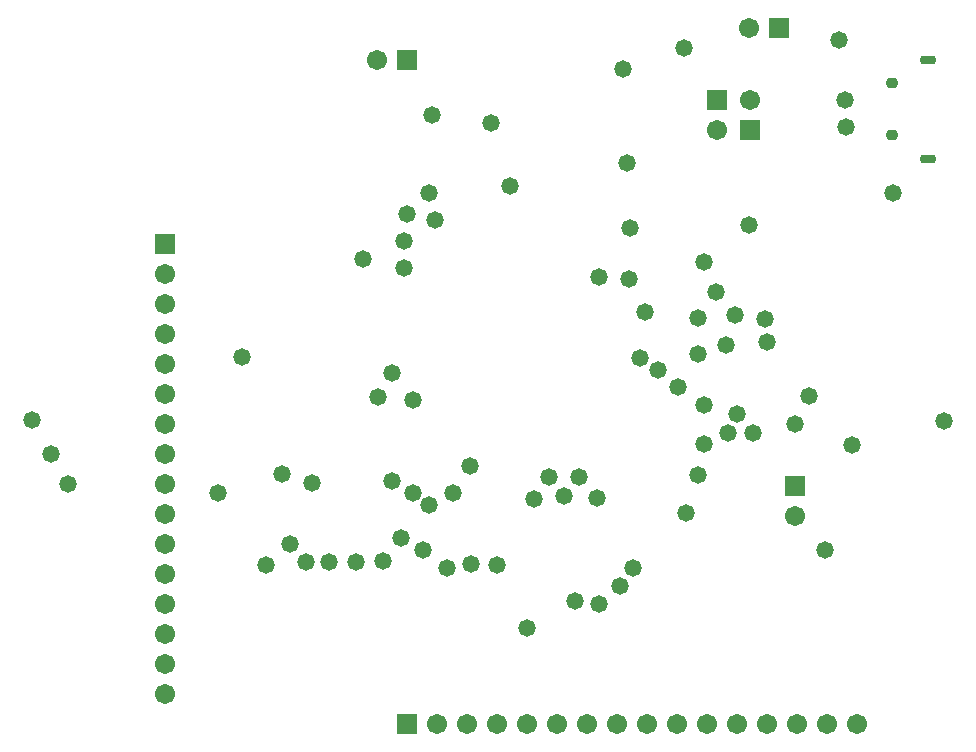
<source format=gbs>
G04*
G04 #@! TF.GenerationSoftware,Altium Limited,Altium Designer,20.1.14 (287)*
G04*
G04 Layer_Color=16711935*
%FSLAX44Y44*%
%MOMM*%
G71*
G04*
G04 #@! TF.SameCoordinates,01BF520F-FA88-4C74-87B3-3C0DA752D8B3*
G04*
G04*
G04 #@! TF.FilePolarity,Negative*
G04*
G01*
G75*
%ADD45R,1.7032X1.7032*%
%ADD46C,1.7032*%
%ADD47R,1.7032X1.7032*%
G04:AMPARAMS|DCode=48|XSize=0.7032mm|YSize=1.3032mm|CornerRadius=0.2266mm|HoleSize=0mm|Usage=FLASHONLY|Rotation=90.000|XOffset=0mm|YOffset=0mm|HoleType=Round|Shape=RoundedRectangle|*
%AMROUNDEDRECTD48*
21,1,0.7032,0.8500,0,0,90.0*
21,1,0.2500,1.3032,0,0,90.0*
1,1,0.4532,0.4250,0.1250*
1,1,0.4532,0.4250,-0.1250*
1,1,0.4532,-0.4250,-0.1250*
1,1,0.4532,-0.4250,0.1250*
%
%ADD48ROUNDEDRECTD48*%
G04:AMPARAMS|DCode=49|XSize=0.9032mm|YSize=1.0032mm|CornerRadius=0.3641mm|HoleSize=0mm|Usage=FLASHONLY|Rotation=90.000|XOffset=0mm|YOffset=0mm|HoleType=Round|Shape=RoundedRectangle|*
%AMROUNDEDRECTD49*
21,1,0.9032,0.2750,0,0,90.0*
21,1,0.1750,1.0032,0,0,90.0*
1,1,0.7282,0.1375,0.0875*
1,1,0.7282,0.1375,-0.0875*
1,1,0.7282,-0.1375,-0.0875*
1,1,0.7282,-0.1375,0.0875*
%
%ADD49ROUNDEDRECTD49*%
%ADD50C,1.4732*%
D45*
X1010920Y1197610D02*
D03*
X1506220Y1294130D02*
D03*
X1544320Y993140D02*
D03*
X1478280Y1319530D02*
D03*
D46*
X1010920Y1172210D02*
D03*
Y1146810D02*
D03*
Y1121410D02*
D03*
Y1096010D02*
D03*
Y1070610D02*
D03*
Y1045210D02*
D03*
Y1019810D02*
D03*
Y994410D02*
D03*
Y969010D02*
D03*
Y943610D02*
D03*
Y918210D02*
D03*
Y892810D02*
D03*
Y867410D02*
D03*
Y842010D02*
D03*
Y816610D02*
D03*
X1189990Y1353820D02*
D03*
X1504950Y1380490D02*
D03*
X1240790Y791210D02*
D03*
X1266190D02*
D03*
X1291590D02*
D03*
X1316990D02*
D03*
X1342390D02*
D03*
X1367790D02*
D03*
X1393190D02*
D03*
X1418590D02*
D03*
X1443990D02*
D03*
X1469390D02*
D03*
X1494790D02*
D03*
X1520190D02*
D03*
X1545590D02*
D03*
X1570990D02*
D03*
X1596390D02*
D03*
X1506220Y1319530D02*
D03*
X1544320Y967740D02*
D03*
X1478280Y1294130D02*
D03*
D47*
X1215390Y1353820D02*
D03*
X1530350Y1380490D02*
D03*
X1215390Y791210D02*
D03*
D48*
X1656160Y1353510D02*
D03*
Y1270010D02*
D03*
D49*
X1626160Y1334010D02*
D03*
Y1289510D02*
D03*
D50*
X1055370Y986790D02*
D03*
X1116330Y943610D02*
D03*
X1096010Y925830D02*
D03*
X1130300Y928370D02*
D03*
X1109980Y1003300D02*
D03*
X1135380Y995680D02*
D03*
X1149350Y928370D02*
D03*
X1172210D02*
D03*
X1195070Y929640D02*
D03*
X928343Y994437D02*
D03*
X914400Y1019810D02*
D03*
X897890Y1049020D02*
D03*
X1202690Y1088390D02*
D03*
X1191260Y1068070D02*
D03*
X1220470Y1065530D02*
D03*
X1202690Y996950D02*
D03*
X1220470Y986790D02*
D03*
X1234440Y976630D02*
D03*
X1316990Y872490D02*
D03*
X1268730Y1009650D02*
D03*
X1075690Y1102360D02*
D03*
X1323340Y981710D02*
D03*
X1493520Y1137920D02*
D03*
X1450340Y1363980D02*
D03*
X1403350Y1168400D02*
D03*
X1377950Y1169670D02*
D03*
X1234440Y1240790D02*
D03*
X1215390Y1223010D02*
D03*
X1212850Y1200150D02*
D03*
Y1177290D02*
D03*
X1178560Y1184910D02*
D03*
X1518920Y1134110D02*
D03*
X1555750Y1069340D02*
D03*
X1485900Y1112520D02*
D03*
X1461770Y1135380D02*
D03*
X1544320Y1045210D02*
D03*
X1466850Y1061720D02*
D03*
X1520190Y1115060D02*
D03*
X1461770Y1104900D02*
D03*
X1445260Y1076960D02*
D03*
X1427628Y1091078D02*
D03*
X1412379Y1101229D02*
D03*
X1494790Y1054100D02*
D03*
X1357630Y895350D02*
D03*
X1377950Y892810D02*
D03*
X1395730Y908050D02*
D03*
X1407160Y923290D02*
D03*
X1336040Y1000760D02*
D03*
X1376680Y982980D02*
D03*
X1361440Y1000760D02*
D03*
X1348740Y984250D02*
D03*
X1508760Y1037590D02*
D03*
X1592580Y1027430D02*
D03*
X1581150Y1370330D02*
D03*
X1402080Y1266190D02*
D03*
X1286510Y1300480D02*
D03*
X1210310Y948690D02*
D03*
X1626870Y1240790D02*
D03*
X1569720Y938530D02*
D03*
X1417320Y1140460D02*
D03*
X1504950Y1214120D02*
D03*
X1236980Y1306830D02*
D03*
X1239520Y1217930D02*
D03*
X1451610Y970280D02*
D03*
X1461770Y1002030D02*
D03*
X1466850Y1028700D02*
D03*
X1487170Y1037590D02*
D03*
X1291590Y925830D02*
D03*
X1270000Y927100D02*
D03*
X1249680Y923290D02*
D03*
X1229360Y938530D02*
D03*
X1254760Y986790D02*
D03*
X1303020Y1247140D02*
D03*
X1398270Y1346200D02*
D03*
X1477010Y1156970D02*
D03*
X1670050Y1047750D02*
D03*
X1587500Y1296670D02*
D03*
X1586230Y1319530D02*
D03*
X1404620Y1211580D02*
D03*
X1466850Y1182370D02*
D03*
M02*

</source>
